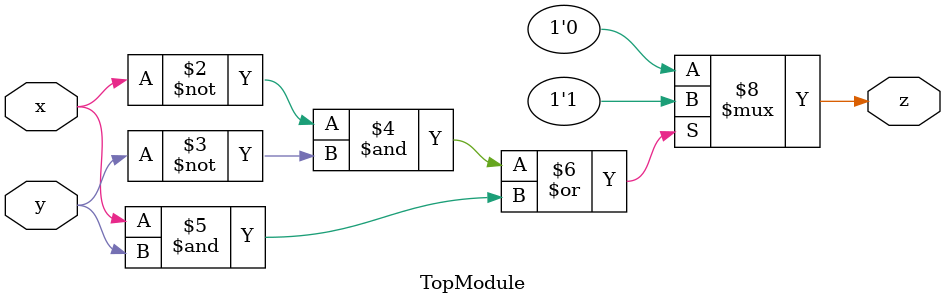
<source format=sv>

module TopModule (
  input x,
  input y,
  output reg z
);

always @(*) begin
    if ((~x & ~y) | (x & y))
        z = 1;
    else
        z = 0;
end

endmodule

// VERILOG-EVAL: errant inclusion of module definition

</source>
